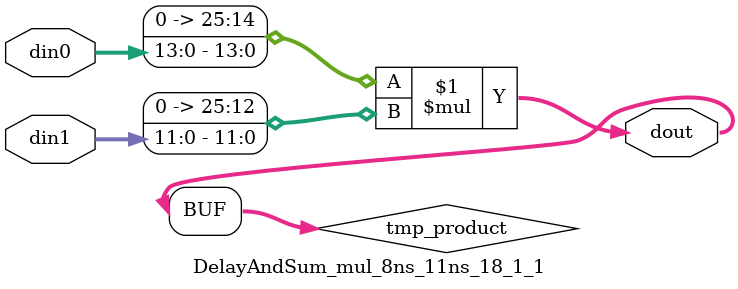
<source format=v>

`timescale 1 ns / 1 ps

 module DelayAndSum_mul_8ns_11ns_18_1_1(din0, din1, dout);
parameter ID = 1;
parameter NUM_STAGE = 0;
parameter din0_WIDTH = 14;
parameter din1_WIDTH = 12;
parameter dout_WIDTH = 26;

input [din0_WIDTH - 1 : 0] din0; 
input [din1_WIDTH - 1 : 0] din1; 
output [dout_WIDTH - 1 : 0] dout;

wire signed [dout_WIDTH - 1 : 0] tmp_product;
























assign tmp_product = $signed({1'b0, din0}) * $signed({1'b0, din1});











assign dout = tmp_product;





















endmodule

</source>
